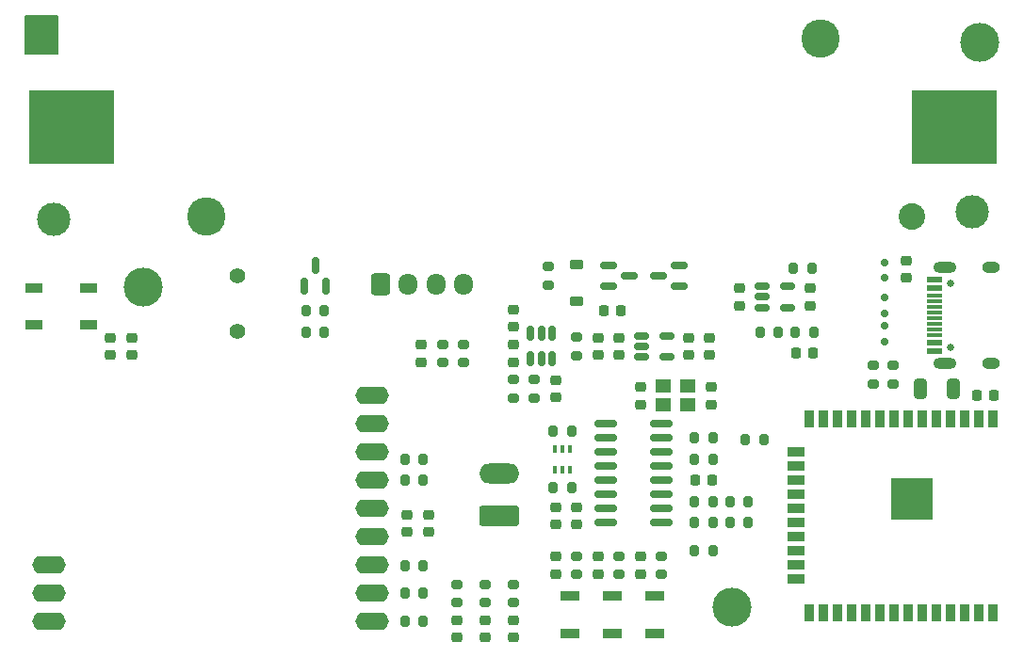
<source format=gbr>
%TF.GenerationSoftware,KiCad,Pcbnew,8.0.6-8.0.6-0~ubuntu24.04.1*%
%TF.CreationDate,2024-11-13T00:59:24+01:00*%
%TF.ProjectId,TinyTimer_V01,54696e79-5469-46d6-9572-5f5630312e6b,rev?*%
%TF.SameCoordinates,Original*%
%TF.FileFunction,Soldermask,Top*%
%TF.FilePolarity,Negative*%
%FSLAX46Y46*%
G04 Gerber Fmt 4.6, Leading zero omitted, Abs format (unit mm)*
G04 Created by KiCad (PCBNEW 8.0.6-8.0.6-0~ubuntu24.04.1) date 2024-11-13 00:59:24*
%MOMM*%
%LPD*%
G01*
G04 APERTURE LIST*
G04 Aperture macros list*
%AMRoundRect*
0 Rectangle with rounded corners*
0 $1 Rounding radius*
0 $2 $3 $4 $5 $6 $7 $8 $9 X,Y pos of 4 corners*
0 Add a 4 corners polygon primitive as box body*
4,1,4,$2,$3,$4,$5,$6,$7,$8,$9,$2,$3,0*
0 Add four circle primitives for the rounded corners*
1,1,$1+$1,$2,$3*
1,1,$1+$1,$4,$5*
1,1,$1+$1,$6,$7*
1,1,$1+$1,$8,$9*
0 Add four rect primitives between the rounded corners*
20,1,$1+$1,$2,$3,$4,$5,0*
20,1,$1+$1,$4,$5,$6,$7,0*
20,1,$1+$1,$6,$7,$8,$9,0*
20,1,$1+$1,$8,$9,$2,$3,0*%
G04 Aperture macros list end*
%ADD10C,0.150000*%
%ADD11RoundRect,0.200000X0.200000X0.275000X-0.200000X0.275000X-0.200000X-0.275000X0.200000X-0.275000X0*%
%ADD12RoundRect,0.200000X-0.200000X-0.275000X0.200000X-0.275000X0.200000X0.275000X-0.200000X0.275000X0*%
%ADD13RoundRect,0.200000X0.275000X-0.200000X0.275000X0.200000X-0.275000X0.200000X-0.275000X-0.200000X0*%
%ADD14RoundRect,0.200000X-0.275000X0.200000X-0.275000X-0.200000X0.275000X-0.200000X0.275000X0.200000X0*%
%ADD15C,3.000000*%
%ADD16R,1.700000X0.900000*%
%ADD17RoundRect,0.225000X-0.225000X-0.250000X0.225000X-0.250000X0.225000X0.250000X-0.225000X0.250000X0*%
%ADD18RoundRect,0.150000X0.200000X-0.150000X0.200000X0.150000X-0.200000X0.150000X-0.200000X-0.150000X0*%
%ADD19R,0.900000X1.500000*%
%ADD20R,1.500000X0.900000*%
%ADD21C,0.600000*%
%ADD22R,3.800000X3.800000*%
%ADD23RoundRect,0.225000X-0.250000X0.225000X-0.250000X-0.225000X0.250000X-0.225000X0.250000X0.225000X0*%
%ADD24RoundRect,0.250000X0.325000X0.650000X-0.325000X0.650000X-0.325000X-0.650000X0.325000X-0.650000X0*%
%ADD25RoundRect,0.218750X0.256250X-0.218750X0.256250X0.218750X-0.256250X0.218750X-0.256250X-0.218750X0*%
%ADD26RoundRect,0.250000X1.550000X-0.650000X1.550000X0.650000X-1.550000X0.650000X-1.550000X-0.650000X0*%
%ADD27O,3.600000X1.800000*%
%ADD28C,3.500000*%
%ADD29RoundRect,0.225000X0.375000X-0.225000X0.375000X0.225000X-0.375000X0.225000X-0.375000X-0.225000X0*%
%ADD30RoundRect,0.225000X0.250000X-0.225000X0.250000X0.225000X-0.250000X0.225000X-0.250000X-0.225000X0*%
%ADD31RoundRect,0.250000X-0.600000X-0.725000X0.600000X-0.725000X0.600000X0.725000X-0.600000X0.725000X0*%
%ADD32O,1.700000X1.950000*%
%ADD33R,0.400000X0.650000*%
%ADD34RoundRect,0.150000X0.825000X0.150000X-0.825000X0.150000X-0.825000X-0.150000X0.825000X-0.150000X0*%
%ADD35C,3.450000*%
%ADD36C,2.390000*%
%ADD37RoundRect,0.102000X-3.730000X-3.235000X3.730000X-3.235000X3.730000X3.235000X-3.730000X3.235000X0*%
%ADD38R,1.400000X1.200000*%
%ADD39C,0.650000*%
%ADD40R,1.450000X0.600000*%
%ADD41R,1.450000X0.300000*%
%ADD42O,2.100000X1.000000*%
%ADD43O,1.600000X1.000000*%
%ADD44O,3.000000X1.600000*%
%ADD45RoundRect,0.150000X0.587500X0.150000X-0.587500X0.150000X-0.587500X-0.150000X0.587500X-0.150000X0*%
%ADD46C,1.408000*%
%ADD47RoundRect,0.150000X-0.200000X0.150000X-0.200000X-0.150000X0.200000X-0.150000X0.200000X0.150000X0*%
%ADD48RoundRect,0.150000X-0.150000X0.512500X-0.150000X-0.512500X0.150000X-0.512500X0.150000X0.512500X0*%
%ADD49RoundRect,0.150000X-0.587500X-0.150000X0.587500X-0.150000X0.587500X0.150000X-0.587500X0.150000X0*%
%ADD50RoundRect,0.150000X-0.512500X-0.150000X0.512500X-0.150000X0.512500X0.150000X-0.512500X0.150000X0*%
%ADD51RoundRect,0.150000X0.150000X-0.587500X0.150000X0.587500X-0.150000X0.587500X-0.150000X-0.587500X0*%
G04 APERTURE END LIST*
D10*
X603250Y57023000D02*
X3460750Y57023000D01*
X3460750Y53594000D01*
X603250Y53594000D01*
X603250Y57023000D01*
G36*
X603250Y57023000D02*
G01*
X3460750Y57023000D01*
X3460750Y53594000D01*
X603250Y53594000D01*
X603250Y57023000D01*
G37*
D11*
%TO.C,R26*%
X27495000Y28575000D03*
X25845000Y28575000D03*
%TD*%
D12*
%TO.C,R19*%
X34735000Y5080000D03*
X36385000Y5080000D03*
%TD*%
D13*
%TO.C,R12*%
X76835000Y23940000D03*
X76835000Y25590000D03*
%TD*%
%TO.C,R24*%
X46355000Y22670000D03*
X46355000Y24320000D03*
%TD*%
D12*
%TO.C,R31*%
X69814075Y28575000D03*
X71464075Y28575000D03*
%TD*%
D14*
%TO.C,R16*%
X41910000Y5905000D03*
X41910000Y4255000D03*
%TD*%
D12*
%TO.C,R22*%
X69660000Y34290000D03*
X71310000Y34290000D03*
%TD*%
%TO.C,R2*%
X48070000Y19685000D03*
X49720000Y19685000D03*
%TD*%
D11*
%TO.C,R32*%
X62420000Y8890000D03*
X60770000Y8890000D03*
%TD*%
D15*
%TO.C,TP20*%
X85725000Y39370000D03*
%TD*%
D12*
%TO.C,R20*%
X34735000Y2570000D03*
X36385000Y2570000D03*
%TD*%
D16*
%TO.C,SW2*%
X53340000Y4875000D03*
X53340000Y1475000D03*
%TD*%
D17*
%TO.C,C3*%
X60820000Y15240000D03*
X62370000Y15240000D03*
%TD*%
D12*
%TO.C,R30*%
X66639075Y28575000D03*
X68289075Y28575000D03*
%TD*%
D18*
%TO.C,D1*%
X77870000Y34863000D03*
X77870000Y33463000D03*
%TD*%
D19*
%TO.C,U1*%
X87610000Y20815000D03*
X86340000Y20815000D03*
X85070000Y20815000D03*
X83800000Y20815000D03*
X82530000Y20815000D03*
X81260000Y20815000D03*
X79990000Y20815000D03*
X78720000Y20815000D03*
X77450000Y20815000D03*
X76180000Y20815000D03*
X74910000Y20815000D03*
X73640000Y20815000D03*
X72370000Y20815000D03*
X71100000Y20815000D03*
D20*
X69850000Y17780000D03*
X69850000Y16510000D03*
X69850000Y15240000D03*
X69850000Y13970000D03*
X69850000Y12700000D03*
X69850000Y11430000D03*
X69850000Y10160000D03*
X69850000Y8890000D03*
X69850000Y7620000D03*
X69850000Y6350000D03*
D19*
X71100000Y3315000D03*
X72370000Y3315000D03*
X73640000Y3315000D03*
X74910000Y3315000D03*
X76180000Y3315000D03*
X77450000Y3315000D03*
X78720000Y3315000D03*
X79990000Y3315000D03*
X81260000Y3315000D03*
X82530000Y3315000D03*
X83800000Y3315000D03*
X85070000Y3315000D03*
X86340000Y3315000D03*
X87610000Y3315000D03*
D21*
X80970000Y14965000D03*
X79570000Y14965000D03*
X81670000Y14265000D03*
X80270000Y14265000D03*
X78870000Y14265000D03*
X80970000Y13565000D03*
D22*
X80270000Y13565000D03*
D21*
X79570000Y13565000D03*
X81670000Y12865000D03*
X80270000Y12865000D03*
X78870000Y12865000D03*
X80970000Y12165000D03*
X79570000Y12165000D03*
%TD*%
D14*
%TO.C,R15*%
X44450000Y5905000D03*
X44450000Y4255000D03*
%TD*%
D23*
%TO.C,C15*%
X60204000Y28077000D03*
X60204000Y26527000D03*
%TD*%
D24*
%TO.C,C2*%
X84025000Y23495000D03*
X81075000Y23495000D03*
%TD*%
D25*
%TO.C,D6*%
X41910000Y1117500D03*
X41910000Y2692500D03*
%TD*%
D12*
%TO.C,R3*%
X63945000Y11430000D03*
X65595000Y11430000D03*
%TD*%
D26*
%TO.C,SW4*%
X43180000Y12065000D03*
D27*
X43180000Y15875000D03*
%TD*%
D28*
%TO.C,H2*%
X64135000Y3810000D03*
%TD*%
D29*
%TO.C,D4*%
X50165000Y31370000D03*
X50165000Y34670000D03*
%TD*%
D30*
%TO.C,C7*%
X52070000Y6845000D03*
X52070000Y8395000D03*
%TD*%
D31*
%TO.C,J3*%
X32505000Y32893000D03*
D32*
X35005000Y32893000D03*
X37505000Y32893000D03*
X40005000Y32893000D03*
%TD*%
D14*
%TO.C,R11*%
X57785000Y8445000D03*
X57785000Y6795000D03*
%TD*%
%TO.C,R34*%
X50165000Y28130000D03*
X50165000Y26480000D03*
%TD*%
%TO.C,R14*%
X47625000Y34480000D03*
X47625000Y32830000D03*
%TD*%
D13*
%TO.C,R29*%
X40005000Y25845000D03*
X40005000Y27495000D03*
%TD*%
D11*
%TO.C,R1*%
X49720000Y14605000D03*
X48070000Y14605000D03*
%TD*%
D25*
%TO.C,D8*%
X39370000Y1117500D03*
X39370000Y2692500D03*
%TD*%
D15*
%TO.C,TP19*%
X3175000Y38735000D03*
%TD*%
D30*
%TO.C,C23*%
X44450000Y29070000D03*
X44450000Y30620000D03*
%TD*%
D14*
%TO.C,R33*%
X44450000Y24320000D03*
X44450000Y22670000D03*
%TD*%
D28*
%TO.C,H3*%
X86360000Y54610000D03*
%TD*%
D11*
%TO.C,R8*%
X62420000Y19050000D03*
X60770000Y19050000D03*
%TD*%
D23*
%TO.C,C13*%
X52070000Y28080000D03*
X52070000Y26530000D03*
%TD*%
D20*
%TO.C,D7*%
X6260000Y29210000D03*
X6260000Y32510000D03*
X1360000Y32510000D03*
X1360000Y29210000D03*
%TD*%
D30*
%TO.C,C8*%
X62230000Y22085000D03*
X62230000Y23635000D03*
%TD*%
D33*
%TO.C,Q1*%
X49545000Y18095000D03*
X48895000Y18095000D03*
X48245000Y18095000D03*
X48245000Y16195000D03*
X48895000Y16195000D03*
X49545000Y16195000D03*
%TD*%
D30*
%TO.C,C6*%
X48260000Y6845000D03*
X48260000Y8395000D03*
%TD*%
D34*
%TO.C,U2*%
X57765000Y11430000D03*
X57765000Y12700000D03*
X57765000Y13970000D03*
X57765000Y15240000D03*
X57765000Y16510000D03*
X57765000Y17780000D03*
X57765000Y19050000D03*
X57765000Y20320000D03*
X52815000Y20320000D03*
X52815000Y19050000D03*
X52815000Y17780000D03*
X52815000Y16510000D03*
X52815000Y15240000D03*
X52815000Y13970000D03*
X52815000Y12700000D03*
X52815000Y11430000D03*
%TD*%
D11*
%TO.C,R17*%
X66992000Y18923000D03*
X65342000Y18923000D03*
%TD*%
D35*
%TO.C,BT1*%
X16850000Y38990000D03*
X72050000Y54990000D03*
D36*
X80270000Y38990000D03*
D37*
X4780000Y46990000D03*
X84120000Y46990000D03*
%TD*%
D28*
%TO.C,H1*%
X11176000Y32639000D03*
%TD*%
D23*
%TO.C,C17*%
X34925000Y12145000D03*
X34925000Y10595000D03*
%TD*%
D14*
%TO.C,R10*%
X53975000Y8445000D03*
X53975000Y6795000D03*
%TD*%
D30*
%TO.C,C11*%
X79790000Y33445000D03*
X79790000Y34995000D03*
%TD*%
D12*
%TO.C,R4*%
X63945000Y13335000D03*
X65595000Y13335000D03*
%TD*%
D23*
%TO.C,C16*%
X62103000Y28080000D03*
X62103000Y26530000D03*
%TD*%
D25*
%TO.C,D5*%
X44450000Y1117500D03*
X44450000Y2692500D03*
%TD*%
D38*
%TO.C,Y1*%
X57955000Y22010000D03*
X60155000Y22010000D03*
X60155000Y23710000D03*
X57955000Y23710000D03*
%TD*%
D23*
%TO.C,C24*%
X48260000Y24270000D03*
X48260000Y22720000D03*
%TD*%
D30*
%TO.C,C21*%
X44450000Y25895000D03*
X44450000Y27445000D03*
%TD*%
D18*
%TO.C,D2*%
X77870000Y31690000D03*
X77870000Y30290000D03*
%TD*%
D12*
%TO.C,R7*%
X60770000Y13335000D03*
X62420000Y13335000D03*
%TD*%
D39*
%TO.C,J1*%
X83760000Y27205000D03*
X83760000Y32985000D03*
D40*
X82315000Y26845000D03*
X82315000Y27645000D03*
D41*
X82315000Y28845000D03*
X82315000Y29845000D03*
X82315000Y30345000D03*
X82315000Y31345000D03*
D40*
X82315000Y32545000D03*
X82315000Y33345000D03*
X82315000Y33345000D03*
X82315000Y32545000D03*
D41*
X82315000Y31845000D03*
X82315000Y30845000D03*
X82315000Y29345000D03*
X82315000Y28345000D03*
D40*
X82315000Y27645000D03*
X82315000Y26845000D03*
D42*
X83230000Y25775000D03*
D43*
X87410000Y25775000D03*
D42*
X83230000Y34415000D03*
D43*
X87410000Y34415000D03*
%TD*%
D11*
%TO.C,R6*%
X62420000Y17145000D03*
X60770000Y17145000D03*
%TD*%
D14*
%TO.C,R9*%
X50165000Y8445000D03*
X50165000Y6795000D03*
%TD*%
D13*
%TO.C,R13*%
X78613000Y23946000D03*
X78613000Y25596000D03*
%TD*%
D44*
%TO.C,U4*%
X31750000Y22860000D03*
X31750000Y20320000D03*
X31750000Y17780000D03*
X31750000Y15240000D03*
X31750000Y12700000D03*
X31750000Y10160000D03*
X31750000Y7620000D03*
X31750000Y5080000D03*
X31750000Y2540000D03*
X2750000Y7620000D03*
X2750000Y5080000D03*
X2750000Y2540000D03*
%TD*%
D45*
%TO.C,Q4*%
X59357500Y32705000D03*
X59357500Y34605000D03*
X57482500Y33655000D03*
%TD*%
D46*
%TO.C,LS1*%
X19685000Y33615000D03*
X19685000Y28615000D03*
%TD*%
D47*
%TO.C,D3*%
X77870000Y27750000D03*
X77870000Y29150000D03*
%TD*%
D30*
%TO.C,C4*%
X48260000Y11290000D03*
X48260000Y12840000D03*
%TD*%
D17*
%TO.C,C1*%
X86093000Y22860000D03*
X87643000Y22860000D03*
%TD*%
D48*
%TO.C,U6*%
X47940000Y28442500D03*
X46990000Y28442500D03*
X46040000Y28442500D03*
X46040000Y26167500D03*
X46990000Y26167500D03*
X47940000Y26167500D03*
%TD*%
D23*
%TO.C,C27*%
X36195000Y27445000D03*
X36195000Y25895000D03*
%TD*%
D11*
%TO.C,R27*%
X27495000Y30480000D03*
X25845000Y30480000D03*
%TD*%
D16*
%TO.C,SW1*%
X49530000Y4875000D03*
X49530000Y1475000D03*
%TD*%
D23*
%TO.C,C9*%
X55880000Y23635000D03*
X55880000Y22085000D03*
%TD*%
D12*
%TO.C,R25*%
X34735000Y15240000D03*
X36385000Y15240000D03*
%TD*%
D16*
%TO.C,SW3*%
X57150000Y4875000D03*
X57150000Y1475000D03*
%TD*%
D49*
%TO.C,Q2*%
X53037500Y34605000D03*
X53037500Y32705000D03*
X54912500Y33655000D03*
%TD*%
D50*
%TO.C,U5*%
X66807500Y32700000D03*
X66807500Y31750000D03*
X66807500Y30800000D03*
X69082500Y30800000D03*
X69082500Y32700000D03*
%TD*%
D13*
%TO.C,R28*%
X38100000Y25845000D03*
X38100000Y27495000D03*
%TD*%
D50*
%TO.C,U3*%
X56012500Y28255000D03*
X56012500Y27305000D03*
X56012500Y26355000D03*
X58287500Y26355000D03*
X58287500Y28255000D03*
%TD*%
D12*
%TO.C,R5*%
X60770000Y11430000D03*
X62420000Y11430000D03*
%TD*%
D30*
%TO.C,C10*%
X55880000Y6845000D03*
X55880000Y8395000D03*
%TD*%
%TO.C,C19*%
X71120000Y30975000D03*
X71120000Y32525000D03*
%TD*%
D17*
%TO.C,C20*%
X69864075Y26670000D03*
X71414075Y26670000D03*
%TD*%
%TO.C,C12*%
X52565000Y30480000D03*
X54115000Y30480000D03*
%TD*%
D23*
%TO.C,C22*%
X10160000Y28080000D03*
X10160000Y26530000D03*
%TD*%
%TO.C,C14*%
X53975000Y28077000D03*
X53975000Y26527000D03*
%TD*%
D14*
%TO.C,R23*%
X39370000Y5905000D03*
X39370000Y4255000D03*
%TD*%
D12*
%TO.C,R18*%
X34735000Y7590000D03*
X36385000Y7590000D03*
%TD*%
D30*
%TO.C,C5*%
X50165000Y11290000D03*
X50165000Y12840000D03*
%TD*%
D12*
%TO.C,R21*%
X34735000Y17145000D03*
X36385000Y17145000D03*
%TD*%
D51*
%TO.C,Q3*%
X25720000Y32717500D03*
X27620000Y32717500D03*
X26670000Y34592500D03*
%TD*%
D23*
%TO.C,C25*%
X36830000Y12145000D03*
X36830000Y10595000D03*
%TD*%
%TO.C,C26*%
X8255000Y28080000D03*
X8255000Y26530000D03*
%TD*%
D30*
%TO.C,C18*%
X64770000Y30975000D03*
X64770000Y32525000D03*
%TD*%
M02*

</source>
